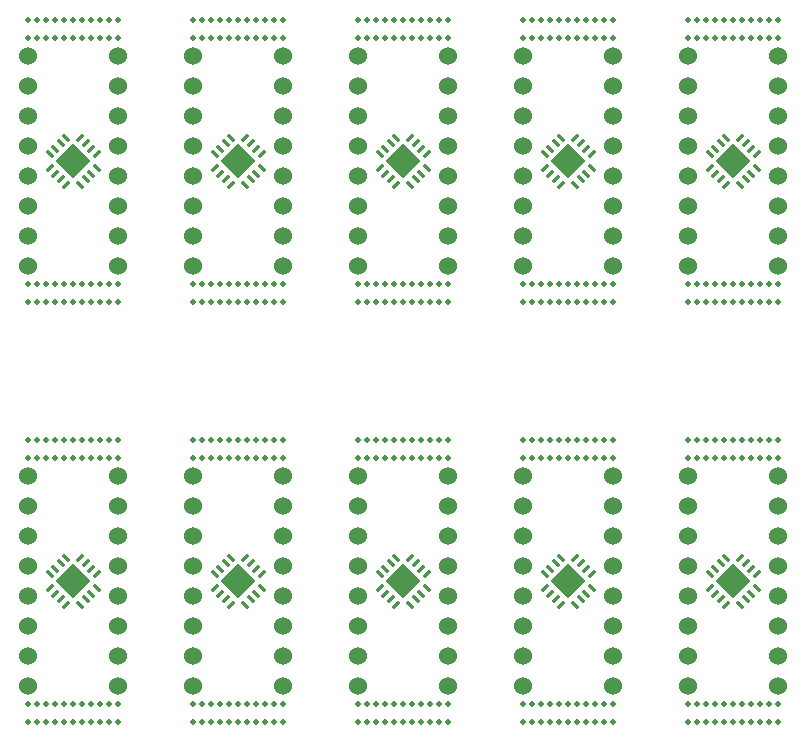
<source format=gbr>
%TF.GenerationSoftware,Altium Limited,Altium Designer,21.6.4 (81)*%
G04 Layer_Color=255*
%FSLAX26Y26*%
%MOIN*%
%TF.SameCoordinates,5FA90F47-3B47-4036-B415-51D33840892C*%
%TF.FilePolarity,Positive*%
%TF.FileFunction,Pads,Top*%
%TF.Part,CustomerPanel*%
G01*
G75*
%TA.AperFunction,SMDPad,CuDef*%
G04:AMPARAMS|DCode=10|XSize=82.677mil|YSize=82.677mil|CornerRadius=2.067mil|HoleSize=0mil|Usage=FLASHONLY|Rotation=315.000|XOffset=0mil|YOffset=0mil|HoleType=Round|Shape=RoundedRectangle|*
%AMROUNDEDRECTD10*
21,1,0.082677,0.078543,0,0,315.0*
21,1,0.078543,0.082677,0,0,315.0*
1,1,0.004134,0.000000,-0.055539*
1,1,0.004134,-0.055539,0.000000*
1,1,0.004134,0.000000,0.055539*
1,1,0.004134,0.055539,0.000000*
%
%ADD10ROUNDEDRECTD10*%
G04:AMPARAMS|DCode=11|XSize=11.811mil|YSize=29.528mil|CornerRadius=1.949mil|HoleSize=0mil|Usage=FLASHONLY|Rotation=315.000|XOffset=0mil|YOffset=0mil|HoleType=Round|Shape=RoundedRectangle|*
%AMROUNDEDRECTD11*
21,1,0.011811,0.025630,0,0,315.0*
21,1,0.007913,0.029528,0,0,315.0*
1,1,0.003898,-0.006264,-0.011859*
1,1,0.003898,-0.011859,-0.006264*
1,1,0.003898,0.006264,0.011859*
1,1,0.003898,0.011859,0.006264*
%
%ADD11ROUNDEDRECTD11*%
G04:AMPARAMS|DCode=12|XSize=11.811mil|YSize=29.528mil|CornerRadius=1.949mil|HoleSize=0mil|Usage=FLASHONLY|Rotation=45.000|XOffset=0mil|YOffset=0mil|HoleType=Round|Shape=RoundedRectangle|*
%AMROUNDEDRECTD12*
21,1,0.011811,0.025630,0,0,45.0*
21,1,0.007913,0.029528,0,0,45.0*
1,1,0.003898,0.011859,-0.006264*
1,1,0.003898,0.006264,-0.011859*
1,1,0.003898,-0.011859,0.006264*
1,1,0.003898,-0.006264,0.011859*
%
%ADD12ROUNDEDRECTD12*%
%TA.AperFunction,ViaPad*%
%ADD14C,0.019685*%
%ADD15C,0.060000*%
D10*
X1350000Y1525000D02*
D03*
X1900000D02*
D03*
X2450000D02*
D03*
X3000000D02*
D03*
X3550000D02*
D03*
Y2925000D02*
D03*
X3000000D02*
D03*
X2450000D02*
D03*
X1900000D02*
D03*
X1350000D02*
D03*
D11*
X1326338Y1447052D02*
D03*
X1308242Y1465148D02*
D03*
X1409854Y1566760D02*
D03*
X1427950Y1548664D02*
D03*
X1373664Y1602950D02*
D03*
X1391758Y1584856D02*
D03*
X1272052Y1501338D02*
D03*
X1290146Y1483242D02*
D03*
X1840146D02*
D03*
X1858242Y1465148D02*
D03*
X1876338Y1447052D02*
D03*
X1941758Y1584856D02*
D03*
X1959854Y1566760D02*
D03*
X1977950Y1548664D02*
D03*
X1923664Y1602950D02*
D03*
X1822052Y1501338D02*
D03*
X2390146Y1483242D02*
D03*
X2408242Y1465148D02*
D03*
X2426338Y1447052D02*
D03*
X2509854Y1566760D02*
D03*
X2527950Y1548664D02*
D03*
X2473664Y1602950D02*
D03*
X2491758Y1584856D02*
D03*
X2372052Y1501338D02*
D03*
X2940146Y1483242D02*
D03*
X2958242Y1465148D02*
D03*
X2976338Y1447052D02*
D03*
X3041758Y1584856D02*
D03*
X3059854Y1566760D02*
D03*
X3077950Y1548664D02*
D03*
X3023664Y1602950D02*
D03*
X2922052Y1501338D02*
D03*
X3490146Y1483242D02*
D03*
X3508242Y1465148D02*
D03*
X3526338Y1447052D02*
D03*
X3609854Y1566760D02*
D03*
X3627950Y1548664D02*
D03*
X3573664Y1602950D02*
D03*
X3591758Y1584856D02*
D03*
X3472052Y1501338D02*
D03*
X3526338Y2847052D02*
D03*
X3508242Y2865148D02*
D03*
X3609854Y2966760D02*
D03*
X3627950Y2948664D02*
D03*
X3573664Y3002950D02*
D03*
X3591758Y2984856D02*
D03*
X3472052Y2901338D02*
D03*
X3490146Y2883242D02*
D03*
X3023664Y3002950D02*
D03*
X3041758Y2984856D02*
D03*
X3059854Y2966760D02*
D03*
X3077950Y2948664D02*
D03*
X2922052Y2901338D02*
D03*
X2940146Y2883242D02*
D03*
X2958242Y2865148D02*
D03*
X2976338Y2847052D02*
D03*
X2527950Y2948664D02*
D03*
X2509854Y2966760D02*
D03*
X2473664Y3002950D02*
D03*
X2491758Y2984856D02*
D03*
X2426338Y2847052D02*
D03*
X2408242Y2865148D02*
D03*
X2372052Y2901338D02*
D03*
X2390146Y2883242D02*
D03*
X1923664Y3002950D02*
D03*
X1941758Y2984856D02*
D03*
X1959854Y2966760D02*
D03*
X1977950Y2948664D02*
D03*
X1822052Y2901338D02*
D03*
X1840146Y2883242D02*
D03*
X1858242Y2865148D02*
D03*
X1876338Y2847052D02*
D03*
X1427950Y2948664D02*
D03*
X1409854Y2966760D02*
D03*
X1373664Y3002950D02*
D03*
X1391758Y2984856D02*
D03*
X1326338Y2847052D02*
D03*
X1308242Y2865148D02*
D03*
X1272052Y2901338D02*
D03*
X1290146Y2883242D02*
D03*
D12*
X1409854Y1483242D02*
D03*
X1427948Y1501338D02*
D03*
X1326338Y1602948D02*
D03*
X1308242Y1584854D02*
D03*
X1391758Y1465148D02*
D03*
X1373662Y1447052D02*
D03*
X1272052Y1548662D02*
D03*
X1290148Y1566758D02*
D03*
X1822052Y1548662D02*
D03*
X1840148Y1566758D02*
D03*
X1858242Y1584854D02*
D03*
X1941758Y1465148D02*
D03*
X1959854Y1483242D02*
D03*
X1923662Y1447052D02*
D03*
X1977948Y1501338D02*
D03*
X1876338Y1602948D02*
D03*
X2372052Y1548662D02*
D03*
X2390148Y1566758D02*
D03*
X2491758Y1465148D02*
D03*
X2473662Y1447052D02*
D03*
X2509854Y1483242D02*
D03*
X2527948Y1501338D02*
D03*
X2426338Y1602948D02*
D03*
X2408242Y1584854D02*
D03*
X2958242D02*
D03*
X2940148Y1566758D02*
D03*
X2922052Y1548662D02*
D03*
X3041758Y1465148D02*
D03*
X3059854Y1483242D02*
D03*
X3023662Y1447052D02*
D03*
X3077948Y1501338D02*
D03*
X2976338Y1602948D02*
D03*
X3472052Y1548662D02*
D03*
X3490148Y1566758D02*
D03*
X3591758Y1465148D02*
D03*
X3573662Y1447052D02*
D03*
X3609854Y1483242D02*
D03*
X3627948Y1501338D02*
D03*
X3526338Y1602948D02*
D03*
X3508242Y1584854D02*
D03*
X3609854Y2883242D02*
D03*
X3627948Y2901338D02*
D03*
X3526338Y3002948D02*
D03*
X3508242Y2984854D02*
D03*
X3591758Y2865148D02*
D03*
X3573662Y2847052D02*
D03*
X3472052Y2948662D02*
D03*
X3490148Y2966758D02*
D03*
X3077948Y2901338D02*
D03*
X3059854Y2883242D02*
D03*
X3041758Y2865148D02*
D03*
X3023662Y2847052D02*
D03*
X2922052Y2948662D02*
D03*
X2940148Y2966758D02*
D03*
X2958242Y2984854D02*
D03*
X2976338Y3002948D02*
D03*
X2527948Y2901338D02*
D03*
X2509854Y2883242D02*
D03*
X2408242Y2984854D02*
D03*
X2491758Y2865148D02*
D03*
X2473662Y2847052D02*
D03*
X2372052Y2948662D02*
D03*
X2390148Y2966758D02*
D03*
X2426338Y3002948D02*
D03*
X1977948Y2901338D02*
D03*
X1959854Y2883242D02*
D03*
X1941758Y2865148D02*
D03*
X1923662Y2847052D02*
D03*
X1822052Y2948662D02*
D03*
X1840148Y2966758D02*
D03*
X1858242Y2984854D02*
D03*
X1876338Y3002948D02*
D03*
X1427948Y2901338D02*
D03*
X1409854Y2883242D02*
D03*
X1308242Y2984854D02*
D03*
X1391758Y2865148D02*
D03*
X1373662Y2847052D02*
D03*
X1272052Y2948662D02*
D03*
X1290148Y2966758D02*
D03*
X1326338Y3002948D02*
D03*
D14*
X1200000Y1055000D02*
D03*
X1230000D02*
D03*
X1260000D02*
D03*
X1290000D02*
D03*
X1320000D02*
D03*
X1350000D02*
D03*
X1380000D02*
D03*
X1410000D02*
D03*
X1440000D02*
D03*
X1470000D02*
D03*
X1500000D02*
D03*
Y1115000D02*
D03*
X1470000D02*
D03*
X1440000D02*
D03*
X1410000D02*
D03*
X1380000D02*
D03*
X1350000D02*
D03*
X1320000D02*
D03*
X1290000D02*
D03*
X1260000D02*
D03*
X1230000D02*
D03*
X1200000D02*
D03*
X1750000Y1055000D02*
D03*
X1780000D02*
D03*
X1810000D02*
D03*
X1840000D02*
D03*
X1870000D02*
D03*
X1900000D02*
D03*
X1930000D02*
D03*
X1960000D02*
D03*
X1990000D02*
D03*
X2020000D02*
D03*
X2050000D02*
D03*
Y1115000D02*
D03*
X2020000D02*
D03*
X1990000D02*
D03*
X1960000D02*
D03*
X1930000D02*
D03*
X1900000D02*
D03*
X1870000D02*
D03*
X1840000D02*
D03*
X1810000D02*
D03*
X1780000D02*
D03*
X1750000D02*
D03*
X2300000Y1055000D02*
D03*
X2330000D02*
D03*
X2360000D02*
D03*
X2390000D02*
D03*
X2420000D02*
D03*
X2450000D02*
D03*
X2480000D02*
D03*
X2510000D02*
D03*
X2540000D02*
D03*
X2570000D02*
D03*
X2600000D02*
D03*
Y1115000D02*
D03*
X2570000D02*
D03*
X2540000D02*
D03*
X2510000D02*
D03*
X2480000D02*
D03*
X2450000D02*
D03*
X2420000D02*
D03*
X2390000D02*
D03*
X2360000D02*
D03*
X2330000D02*
D03*
X2300000D02*
D03*
X2850000Y1055000D02*
D03*
X2880000D02*
D03*
X2910000D02*
D03*
X2940000D02*
D03*
X2970000D02*
D03*
X3000000D02*
D03*
X3030000D02*
D03*
X3060000D02*
D03*
X3090000D02*
D03*
X3120000D02*
D03*
X3150000D02*
D03*
Y1115000D02*
D03*
X3120000D02*
D03*
X3090000D02*
D03*
X3060000D02*
D03*
X3030000D02*
D03*
X3000000D02*
D03*
X2970000D02*
D03*
X2940000D02*
D03*
X2910000D02*
D03*
X2880000D02*
D03*
X2850000D02*
D03*
X3400000Y1055000D02*
D03*
X3430000D02*
D03*
X3460000D02*
D03*
X3490000D02*
D03*
X3520000D02*
D03*
X3550000D02*
D03*
X3580000D02*
D03*
X3610000D02*
D03*
X3640000D02*
D03*
X3670000D02*
D03*
X3700000D02*
D03*
Y1115000D02*
D03*
X3670000D02*
D03*
X3640000D02*
D03*
X3610000D02*
D03*
X3580000D02*
D03*
X3550000D02*
D03*
X3520000D02*
D03*
X3490000D02*
D03*
X3460000D02*
D03*
X3430000D02*
D03*
X3400000D02*
D03*
X3700000Y1935000D02*
D03*
Y1995000D02*
D03*
X3670000D02*
D03*
X3640000D02*
D03*
X3610000D02*
D03*
Y1935000D02*
D03*
X3640000D02*
D03*
X3670000D02*
D03*
X3580000D02*
D03*
X3550000D02*
D03*
X3520000D02*
D03*
Y1995000D02*
D03*
X3550000D02*
D03*
X3580000D02*
D03*
X3490000D02*
D03*
X3460000D02*
D03*
X3430000D02*
D03*
X3400000D02*
D03*
Y1935000D02*
D03*
X3430000D02*
D03*
X3460000D02*
D03*
X3490000D02*
D03*
X3150000D02*
D03*
X3120000D02*
D03*
Y1995000D02*
D03*
X3150000D02*
D03*
X3090000D02*
D03*
X3060000D02*
D03*
X3030000D02*
D03*
X3000000D02*
D03*
Y1935000D02*
D03*
X3030000D02*
D03*
X3060000D02*
D03*
X3090000D02*
D03*
X2970000D02*
D03*
X2940000D02*
D03*
X2910000D02*
D03*
Y1995000D02*
D03*
X2940000D02*
D03*
X2970000D02*
D03*
X2880000D02*
D03*
X2850000D02*
D03*
Y1935000D02*
D03*
X2880000D02*
D03*
X2600000D02*
D03*
Y1995000D02*
D03*
X2570000D02*
D03*
X2540000D02*
D03*
X2510000D02*
D03*
Y1935000D02*
D03*
X2540000D02*
D03*
X2570000D02*
D03*
X2480000D02*
D03*
X2450000D02*
D03*
X2420000D02*
D03*
Y1995000D02*
D03*
X2450000D02*
D03*
X2480000D02*
D03*
X2390000D02*
D03*
X2360000D02*
D03*
X2330000D02*
D03*
X2300000D02*
D03*
Y1935000D02*
D03*
X2330000D02*
D03*
X2360000D02*
D03*
X2390000D02*
D03*
X2050000D02*
D03*
X2020000D02*
D03*
Y1995000D02*
D03*
X2050000D02*
D03*
X1990000D02*
D03*
X1960000D02*
D03*
X1930000D02*
D03*
X1900000D02*
D03*
Y1935000D02*
D03*
X1930000D02*
D03*
X1960000D02*
D03*
X1990000D02*
D03*
X1870000D02*
D03*
X1840000D02*
D03*
X1810000D02*
D03*
Y1995000D02*
D03*
X1840000D02*
D03*
X1870000D02*
D03*
X1780000D02*
D03*
X1750000D02*
D03*
Y1935000D02*
D03*
X1780000D02*
D03*
X1500000D02*
D03*
Y1995000D02*
D03*
X1470000D02*
D03*
X1440000D02*
D03*
X1410000D02*
D03*
Y1935000D02*
D03*
X1440000D02*
D03*
X1470000D02*
D03*
X1380000D02*
D03*
X1350000D02*
D03*
X1320000D02*
D03*
Y1995000D02*
D03*
X1350000D02*
D03*
X1380000D02*
D03*
X1290000D02*
D03*
X1260000D02*
D03*
X1230000D02*
D03*
X1200000D02*
D03*
Y1935000D02*
D03*
X1230000D02*
D03*
X1260000D02*
D03*
X1290000D02*
D03*
X1750000Y2455000D02*
D03*
X1780000D02*
D03*
X1810000D02*
D03*
X1840000D02*
D03*
X1870000D02*
D03*
X1900000D02*
D03*
X1930000D02*
D03*
X1960000D02*
D03*
X1990000D02*
D03*
X2020000D02*
D03*
X2050000D02*
D03*
Y2515000D02*
D03*
X2020000D02*
D03*
X1990000D02*
D03*
X1960000D02*
D03*
X1930000D02*
D03*
X1900000D02*
D03*
X1870000D02*
D03*
X1840000D02*
D03*
X1810000D02*
D03*
X1780000D02*
D03*
X1750000D02*
D03*
X1500000D02*
D03*
Y2455000D02*
D03*
X1470000Y2515000D02*
D03*
X1440000D02*
D03*
X1410000D02*
D03*
Y2455000D02*
D03*
X1440000D02*
D03*
X1470000D02*
D03*
X1380000Y2515000D02*
D03*
X1350000D02*
D03*
X1320000D02*
D03*
Y2455000D02*
D03*
X1350000D02*
D03*
X1380000D02*
D03*
X1290000Y2515000D02*
D03*
X1260000D02*
D03*
X1230000D02*
D03*
X1200000D02*
D03*
Y2455000D02*
D03*
X1230000D02*
D03*
X1260000D02*
D03*
X1290000D02*
D03*
X2020000Y3335000D02*
D03*
X2050000D02*
D03*
Y3395000D02*
D03*
X2020000D02*
D03*
X1990000D02*
D03*
X1960000D02*
D03*
X1930000D02*
D03*
X1900000D02*
D03*
Y3335000D02*
D03*
X1930000D02*
D03*
X1960000D02*
D03*
X1990000D02*
D03*
X1870000D02*
D03*
X1840000D02*
D03*
X1810000D02*
D03*
Y3395000D02*
D03*
X1840000D02*
D03*
X1870000D02*
D03*
X1780000D02*
D03*
X1750000D02*
D03*
Y3335000D02*
D03*
X1780000D02*
D03*
X1500000D02*
D03*
Y3395000D02*
D03*
X1470000D02*
D03*
X1440000D02*
D03*
X1410000D02*
D03*
Y3335000D02*
D03*
X1440000D02*
D03*
X1470000D02*
D03*
X1380000D02*
D03*
X1350000D02*
D03*
X1320000D02*
D03*
Y3395000D02*
D03*
X1350000D02*
D03*
X1380000D02*
D03*
X1290000D02*
D03*
X1260000D02*
D03*
X1230000D02*
D03*
X1200000D02*
D03*
Y3335000D02*
D03*
X1230000D02*
D03*
X1260000D02*
D03*
X1290000D02*
D03*
X2300000Y2455000D02*
D03*
X2330000D02*
D03*
X2360000D02*
D03*
X2390000D02*
D03*
X2420000D02*
D03*
X2450000D02*
D03*
X2480000D02*
D03*
X2510000D02*
D03*
X2540000D02*
D03*
X2570000D02*
D03*
X2600000D02*
D03*
Y2515000D02*
D03*
X2570000D02*
D03*
X2540000D02*
D03*
X2510000D02*
D03*
X2480000D02*
D03*
X2450000D02*
D03*
X2420000D02*
D03*
X2390000D02*
D03*
X2360000D02*
D03*
X2330000D02*
D03*
X2300000D02*
D03*
X2850000Y2455000D02*
D03*
X2880000D02*
D03*
X2910000D02*
D03*
X2940000D02*
D03*
X2970000D02*
D03*
X3000000D02*
D03*
X3030000D02*
D03*
X3060000D02*
D03*
X3090000D02*
D03*
X3120000D02*
D03*
X3150000D02*
D03*
Y2515000D02*
D03*
X3120000D02*
D03*
X3090000D02*
D03*
X3060000D02*
D03*
X3030000D02*
D03*
X3000000D02*
D03*
X2970000D02*
D03*
X2940000D02*
D03*
X2910000D02*
D03*
X2880000D02*
D03*
X2850000D02*
D03*
X3400000Y2455000D02*
D03*
X3430000D02*
D03*
X3460000D02*
D03*
X3490000D02*
D03*
X3520000D02*
D03*
X3550000D02*
D03*
X3580000D02*
D03*
X3610000D02*
D03*
X3640000D02*
D03*
X3670000D02*
D03*
X3700000D02*
D03*
Y2515000D02*
D03*
X3670000D02*
D03*
X3640000D02*
D03*
X3610000D02*
D03*
X3580000D02*
D03*
X3550000D02*
D03*
X3520000D02*
D03*
X3490000D02*
D03*
X3460000D02*
D03*
X3430000D02*
D03*
X3400000D02*
D03*
X3700000Y3335000D02*
D03*
Y3395000D02*
D03*
X3670000D02*
D03*
X3640000D02*
D03*
X3610000D02*
D03*
Y3335000D02*
D03*
X3640000D02*
D03*
X3670000D02*
D03*
X3580000D02*
D03*
X3550000D02*
D03*
X3520000D02*
D03*
Y3395000D02*
D03*
X3550000D02*
D03*
X3580000D02*
D03*
X3490000D02*
D03*
X3460000D02*
D03*
X3430000D02*
D03*
X3400000D02*
D03*
Y3335000D02*
D03*
X3430000D02*
D03*
X3460000D02*
D03*
X3490000D02*
D03*
X3150000D02*
D03*
X3120000D02*
D03*
Y3395000D02*
D03*
X3150000D02*
D03*
X3090000D02*
D03*
X3060000D02*
D03*
X3030000D02*
D03*
X3000000D02*
D03*
Y3335000D02*
D03*
X3030000D02*
D03*
X3060000D02*
D03*
X3090000D02*
D03*
X2970000D02*
D03*
X2940000D02*
D03*
X2910000D02*
D03*
Y3395000D02*
D03*
X2940000D02*
D03*
X2970000D02*
D03*
X2880000D02*
D03*
X2850000D02*
D03*
Y3335000D02*
D03*
X2880000D02*
D03*
X2600000D02*
D03*
Y3395000D02*
D03*
X2570000D02*
D03*
X2540000D02*
D03*
X2510000D02*
D03*
Y3335000D02*
D03*
X2540000D02*
D03*
X2570000D02*
D03*
X2480000D02*
D03*
X2450000D02*
D03*
X2420000D02*
D03*
Y3395000D02*
D03*
X2450000D02*
D03*
X2480000D02*
D03*
X2390000D02*
D03*
X2360000D02*
D03*
X2330000D02*
D03*
X2300000D02*
D03*
Y3335000D02*
D03*
X2330000D02*
D03*
X2360000D02*
D03*
X2390000D02*
D03*
D15*
X1200000Y1175000D02*
D03*
Y1275000D02*
D03*
Y1375000D02*
D03*
Y1475000D02*
D03*
Y1575000D02*
D03*
Y1675000D02*
D03*
Y1775000D02*
D03*
Y1875000D02*
D03*
X1500000Y1575000D02*
D03*
Y1475000D02*
D03*
Y1375000D02*
D03*
Y1275000D02*
D03*
Y1175000D02*
D03*
X1750000D02*
D03*
Y1275000D02*
D03*
Y1375000D02*
D03*
Y1475000D02*
D03*
Y1575000D02*
D03*
Y1675000D02*
D03*
Y1775000D02*
D03*
Y1875000D02*
D03*
X1500000D02*
D03*
Y1775000D02*
D03*
Y1675000D02*
D03*
X2050000Y1175000D02*
D03*
Y1275000D02*
D03*
Y1375000D02*
D03*
Y1475000D02*
D03*
Y1575000D02*
D03*
Y1675000D02*
D03*
Y1775000D02*
D03*
Y1875000D02*
D03*
X2300000Y1575000D02*
D03*
Y1475000D02*
D03*
Y1375000D02*
D03*
Y1275000D02*
D03*
Y1175000D02*
D03*
X2600000D02*
D03*
Y1275000D02*
D03*
Y1375000D02*
D03*
Y1475000D02*
D03*
Y1575000D02*
D03*
Y1675000D02*
D03*
Y1775000D02*
D03*
Y1875000D02*
D03*
X2850000Y1675000D02*
D03*
Y1575000D02*
D03*
Y1475000D02*
D03*
Y1375000D02*
D03*
Y1275000D02*
D03*
Y1175000D02*
D03*
X3150000D02*
D03*
Y1275000D02*
D03*
Y1375000D02*
D03*
Y1475000D02*
D03*
Y1575000D02*
D03*
Y1675000D02*
D03*
Y1775000D02*
D03*
Y1875000D02*
D03*
X3400000Y1575000D02*
D03*
Y1475000D02*
D03*
Y1375000D02*
D03*
Y1275000D02*
D03*
Y1175000D02*
D03*
X3700000D02*
D03*
Y1275000D02*
D03*
Y1375000D02*
D03*
Y1475000D02*
D03*
Y1575000D02*
D03*
Y1675000D02*
D03*
Y1775000D02*
D03*
Y1875000D02*
D03*
X3400000D02*
D03*
Y1775000D02*
D03*
Y1675000D02*
D03*
X2850000Y1875000D02*
D03*
Y1775000D02*
D03*
X2300000Y1875000D02*
D03*
Y1775000D02*
D03*
Y1675000D02*
D03*
X3150000Y2575000D02*
D03*
Y2675000D02*
D03*
Y2775000D02*
D03*
Y2875000D02*
D03*
Y2975000D02*
D03*
Y3075000D02*
D03*
Y3175000D02*
D03*
Y3275000D02*
D03*
X3400000Y2975000D02*
D03*
Y2875000D02*
D03*
Y2775000D02*
D03*
Y2675000D02*
D03*
Y2575000D02*
D03*
X3700000D02*
D03*
Y2675000D02*
D03*
Y2775000D02*
D03*
Y2875000D02*
D03*
Y2975000D02*
D03*
Y3075000D02*
D03*
Y3175000D02*
D03*
Y3275000D02*
D03*
X3400000D02*
D03*
Y3175000D02*
D03*
Y3075000D02*
D03*
X2850000Y3275000D02*
D03*
Y3175000D02*
D03*
Y3075000D02*
D03*
Y2975000D02*
D03*
Y2875000D02*
D03*
Y2775000D02*
D03*
Y2675000D02*
D03*
Y2575000D02*
D03*
X2600000Y2775000D02*
D03*
Y2675000D02*
D03*
Y2575000D02*
D03*
Y2875000D02*
D03*
Y2975000D02*
D03*
Y3075000D02*
D03*
Y3175000D02*
D03*
Y3275000D02*
D03*
X2300000D02*
D03*
Y3175000D02*
D03*
Y3075000D02*
D03*
Y2975000D02*
D03*
Y2875000D02*
D03*
Y2775000D02*
D03*
Y2675000D02*
D03*
Y2575000D02*
D03*
X2050000Y2875000D02*
D03*
Y2775000D02*
D03*
Y2675000D02*
D03*
Y2575000D02*
D03*
X1750000Y2875000D02*
D03*
Y2775000D02*
D03*
Y2675000D02*
D03*
Y2575000D02*
D03*
X1500000Y2775000D02*
D03*
Y2675000D02*
D03*
Y2575000D02*
D03*
Y2875000D02*
D03*
Y2975000D02*
D03*
Y3075000D02*
D03*
Y3175000D02*
D03*
Y3275000D02*
D03*
X1750000Y3075000D02*
D03*
Y2975000D02*
D03*
Y3175000D02*
D03*
Y3275000D02*
D03*
X2050000Y2975000D02*
D03*
Y3075000D02*
D03*
Y3175000D02*
D03*
Y3275000D02*
D03*
X1200000D02*
D03*
Y3175000D02*
D03*
Y3075000D02*
D03*
Y2975000D02*
D03*
Y2875000D02*
D03*
Y2775000D02*
D03*
Y2675000D02*
D03*
Y2575000D02*
D03*
%TF.MD5,701f7adda0df45abe8c998d8f4e35121*%
M02*

</source>
